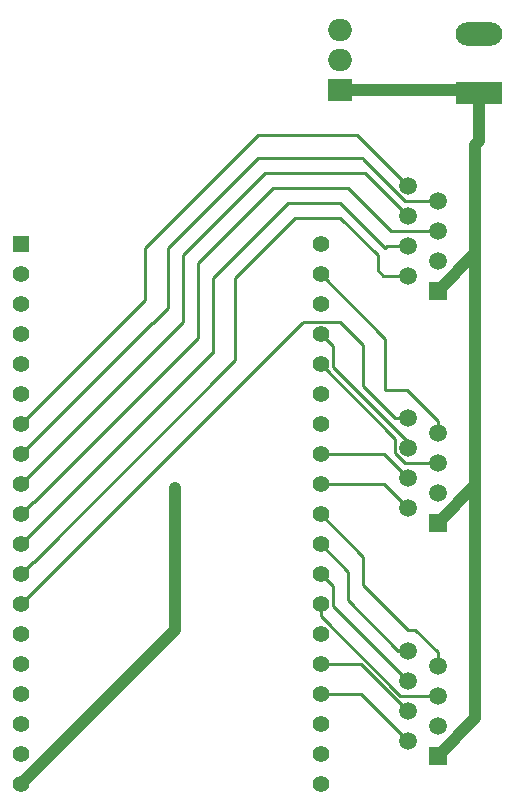
<source format=gbr>
%TF.GenerationSoftware,KiCad,Pcbnew,7.0.9*%
%TF.CreationDate,2024-06-07T23:52:37-04:00*%
%TF.ProjectId,Coms Board V2,436f6d73-2042-46f6-9172-642056322e6b,rev?*%
%TF.SameCoordinates,Original*%
%TF.FileFunction,Copper,L1,Top*%
%TF.FilePolarity,Positive*%
%FSLAX46Y46*%
G04 Gerber Fmt 4.6, Leading zero omitted, Abs format (unit mm)*
G04 Created by KiCad (PCBNEW 7.0.9) date 2024-06-07 23:52:37*
%MOMM*%
%LPD*%
G01*
G04 APERTURE LIST*
%TA.AperFunction,ComponentPad*%
%ADD10R,1.500000X1.500000*%
%TD*%
%TA.AperFunction,ComponentPad*%
%ADD11C,1.500000*%
%TD*%
%TA.AperFunction,ComponentPad*%
%ADD12R,1.408000X1.408000*%
%TD*%
%TA.AperFunction,ComponentPad*%
%ADD13C,1.408000*%
%TD*%
%TA.AperFunction,ComponentPad*%
%ADD14R,2.000000X1.905000*%
%TD*%
%TA.AperFunction,ComponentPad*%
%ADD15O,2.000000X1.905000*%
%TD*%
%TA.AperFunction,ComponentPad*%
%ADD16R,3.960000X1.980000*%
%TD*%
%TA.AperFunction,ComponentPad*%
%ADD17O,3.960000X1.980000*%
%TD*%
%TA.AperFunction,ViaPad*%
%ADD18C,0.800000*%
%TD*%
%TA.AperFunction,Conductor*%
%ADD19C,1.000000*%
%TD*%
%TA.AperFunction,Conductor*%
%ADD20C,0.250000*%
%TD*%
G04 APERTURE END LIST*
D10*
%TO.P,J3,1*%
%TO.N,+9V*%
X170160000Y-117947500D03*
D11*
%TO.P,J3,2*%
%TO.N,/GPIO15*%
X167620000Y-116677500D03*
%TO.P,J3,3*%
%TO.N,GND*%
X170160000Y-115407500D03*
%TO.P,J3,4*%
%TO.N,/GPIO2*%
X167620000Y-114137500D03*
%TO.P,J3,5*%
%TO.N,/GPIO4*%
X170160000Y-112867500D03*
%TO.P,J3,6*%
%TO.N,/GPIO16*%
X167620000Y-111597500D03*
%TO.P,J3,7*%
%TO.N,/GPIO5*%
X170160000Y-110327500D03*
%TO.P,J3,8*%
%TO.N,/GPIO17*%
X167620000Y-109057500D03*
%TD*%
D10*
%TO.P,J1,1*%
%TO.N,+9V*%
X170160000Y-78577500D03*
D11*
%TO.P,J1,2*%
%TO.N,/GPIO14*%
X167620000Y-77307500D03*
%TO.P,J1,3*%
%TO.N,GND*%
X170160000Y-76037500D03*
%TO.P,J1,4*%
%TO.N,/GPIO27*%
X167620000Y-74767500D03*
%TO.P,J1,5*%
%TO.N,/GPIO26*%
X170160000Y-73497500D03*
%TO.P,J1,6*%
%TO.N,/GPIO25*%
X167620000Y-72227500D03*
%TO.P,J1,7*%
%TO.N,/GPIO33*%
X170160000Y-70957500D03*
%TO.P,J1,8*%
%TO.N,/GPIO32*%
X167620000Y-69687500D03*
%TD*%
D10*
%TO.P,J2,1*%
%TO.N,+9V*%
X170160000Y-98262500D03*
D11*
%TO.P,J2,2*%
%TO.N,/GPIO18*%
X167620000Y-96992500D03*
%TO.P,J2,3*%
%TO.N,GND*%
X170160000Y-95722500D03*
%TO.P,J2,4*%
%TO.N,/GPIO19*%
X167620000Y-94452500D03*
%TO.P,J2,5*%
%TO.N,/GPIO3*%
X170160000Y-93182500D03*
%TO.P,J2,6*%
%TO.N,/GPIO1*%
X167620000Y-91912500D03*
%TO.P,J2,7*%
%TO.N,/GPIO23*%
X170160000Y-90642500D03*
%TO.P,J2,8*%
%TO.N,/GPIO12*%
X167620000Y-89372500D03*
%TD*%
D12*
%TO.P,U1,J2_1,3V3*%
%TO.N,unconnected-(U1-3V3-PadJ2_1)*%
X134847500Y-74650000D03*
D13*
%TO.P,U1,J2_2,EN*%
%TO.N,unconnected-(U1-EN-PadJ2_2)*%
X134847500Y-77190000D03*
%TO.P,U1,J2_3,SENSOR_VP*%
%TO.N,unconnected-(U1-SENSOR_VP-PadJ2_3)*%
X134847500Y-79730000D03*
%TO.P,U1,J2_4,SENSOR_VN*%
%TO.N,unconnected-(U1-SENSOR_VN-PadJ2_4)*%
X134847500Y-82270000D03*
%TO.P,U1,J2_5,IO34*%
%TO.N,unconnected-(U1-IO34-PadJ2_5)*%
X134847500Y-84810000D03*
%TO.P,U1,J2_6,IO35*%
%TO.N,unconnected-(U1-IO35-PadJ2_6)*%
X134847500Y-87350000D03*
%TO.P,U1,J2_7,IO32*%
%TO.N,/GPIO32*%
X134847500Y-89890000D03*
%TO.P,U1,J2_8,IO33*%
%TO.N,/GPIO33*%
X134847500Y-92430000D03*
%TO.P,U1,J2_9,IO25*%
%TO.N,/GPIO25*%
X134847500Y-94970000D03*
%TO.P,U1,J2_10,IO26*%
%TO.N,/GPIO26*%
X134847500Y-97510000D03*
%TO.P,U1,J2_11,IO27*%
%TO.N,/GPIO27*%
X134847500Y-100050000D03*
%TO.P,U1,J2_12,IO14*%
%TO.N,/GPIO14*%
X134847500Y-102590000D03*
%TO.P,U1,J2_13,IO12*%
%TO.N,/GPIO12*%
X134847500Y-105130000D03*
%TO.P,U1,J2_14,GND_J2_14*%
%TO.N,GND*%
X134847500Y-107670000D03*
%TO.P,U1,J2_15,IO13*%
%TO.N,unconnected-(U1-IO13-PadJ2_15)*%
X134847500Y-110210000D03*
%TO.P,U1,J2_16,SD2*%
%TO.N,unconnected-(U1-SD2-PadJ2_16)*%
X134847500Y-112750000D03*
%TO.P,U1,J2_17,SD3*%
%TO.N,unconnected-(U1-SD3-PadJ2_17)*%
X134847500Y-115290000D03*
%TO.P,U1,J2_18,CMD*%
%TO.N,unconnected-(U1-CMD-PadJ2_18)*%
X134847500Y-117830000D03*
%TO.P,U1,J2_19,EXT_5V*%
%TO.N,+5V*%
X134847500Y-120370000D03*
%TO.P,U1,J3_1,GND_J3_1*%
%TO.N,unconnected-(U1-GND_J3_1-PadJ3_1)*%
X160247500Y-74650000D03*
%TO.P,U1,J3_2,IO23*%
%TO.N,/GPIO23*%
X160247500Y-77190000D03*
%TO.P,U1,J3_3,IO22*%
%TO.N,unconnected-(U1-IO22-PadJ3_3)*%
X160247500Y-79730000D03*
%TO.P,U1,J3_4,TXD0*%
%TO.N,/GPIO1*%
X160247500Y-82270000D03*
%TO.P,U1,J3_5,RXD0*%
%TO.N,/GPIO3*%
X160247500Y-84810000D03*
%TO.P,U1,J3_6,IO21*%
%TO.N,unconnected-(U1-IO21-PadJ3_6)*%
X160247500Y-87350000D03*
%TO.P,U1,J3_7,GND_J3_7*%
%TO.N,GND*%
X160247500Y-89890000D03*
%TO.P,U1,J3_8,IO19*%
%TO.N,/GPIO19*%
X160247500Y-92430000D03*
%TO.P,U1,J3_9,IO18*%
%TO.N,/GPIO18*%
X160247500Y-94970000D03*
%TO.P,U1,J3_10,IO5*%
%TO.N,/GPIO5*%
X160247500Y-97510000D03*
%TO.P,U1,J3_11,IO17*%
%TO.N,/GPIO17*%
X160247500Y-100050000D03*
%TO.P,U1,J3_12,IO16*%
%TO.N,/GPIO16*%
X160247500Y-102590000D03*
%TO.P,U1,J3_13,IO4*%
%TO.N,/GPIO4*%
X160247500Y-105130000D03*
%TO.P,U1,J3_14,IO0*%
%TO.N,unconnected-(U1-IO0-PadJ3_14)*%
X160247500Y-107670000D03*
%TO.P,U1,J3_15,IO2*%
%TO.N,/GPIO2*%
X160247500Y-110210000D03*
%TO.P,U1,J3_16,IO15*%
%TO.N,/GPIO15*%
X160247500Y-112750000D03*
%TO.P,U1,J3_17,SD1*%
%TO.N,unconnected-(U1-SD1-PadJ3_17)*%
X160247500Y-115290000D03*
%TO.P,U1,J3_18,SD0*%
%TO.N,unconnected-(U1-SD0-PadJ3_18)*%
X160247500Y-117830000D03*
%TO.P,U1,J3_19,CLK*%
%TO.N,unconnected-(U1-CLK-PadJ3_19)*%
X160247500Y-120370000D03*
%TD*%
D14*
%TO.P,U2,1,VI*%
%TO.N,+9V*%
X161925000Y-61595000D03*
D15*
%TO.P,U2,2,GND*%
%TO.N,GND*%
X161925000Y-59055000D03*
%TO.P,U2,3,VO*%
%TO.N,+5V*%
X161925000Y-56515000D03*
%TD*%
D16*
%TO.P,J4,1,Pin_1*%
%TO.N,+9V*%
X173680000Y-61820000D03*
D17*
%TO.P,J4,2,Pin_2*%
%TO.N,GND*%
X173680000Y-56820000D03*
%TD*%
D18*
%TO.N,+5V*%
X147955000Y-95250000D03*
%TD*%
D19*
%TO.N,+9V*%
X173355000Y-114752500D02*
X170160000Y-117947500D01*
X173355000Y-95067500D02*
X173355000Y-114752500D01*
X173680000Y-65940000D02*
X173680000Y-61820000D01*
X173355000Y-66265000D02*
X173680000Y-65940000D01*
X173355000Y-66265000D02*
X173355000Y-75382500D01*
X173355000Y-75382500D02*
X170160000Y-78577500D01*
X173355000Y-95067500D02*
X170160000Y-98262500D01*
X161925000Y-61595000D02*
X173455000Y-61595000D01*
X173455000Y-61595000D02*
X173680000Y-61820000D01*
X173355000Y-75382500D02*
X173355000Y-95067500D01*
D20*
%TO.N,/GPIO32*%
X163337500Y-65405000D02*
X167620000Y-69687500D01*
X145415000Y-79375000D02*
X145415000Y-74930000D01*
X145415000Y-74930000D02*
X154940000Y-65405000D01*
X134847500Y-89890000D02*
X145362500Y-79375000D01*
X145362500Y-79375000D02*
X145415000Y-79375000D01*
X154940000Y-65405000D02*
X163337500Y-65405000D01*
%TO.N,/GPIO33*%
X134847500Y-92430000D02*
X145997500Y-81280000D01*
X163830000Y-67310000D02*
X163830000Y-67417780D01*
X146050000Y-81280000D02*
X147320000Y-80010000D01*
X163830000Y-67417780D02*
X167369720Y-70957500D01*
X145997500Y-81280000D02*
X146050000Y-81280000D01*
X147320000Y-74930000D02*
X154940000Y-67310000D01*
X147320000Y-80010000D02*
X147320000Y-74930000D01*
X167369720Y-70957500D02*
X170160000Y-70957500D01*
X154940000Y-67310000D02*
X163830000Y-67310000D01*
%TO.N,/GPIO25*%
X148590000Y-75565000D02*
X155575000Y-68580000D01*
X155575000Y-68580000D02*
X163972500Y-68580000D01*
X163972500Y-68580000D02*
X167620000Y-72227500D01*
X134847500Y-94970000D02*
X148590000Y-81227500D01*
X148590000Y-81227500D02*
X148590000Y-75565000D01*
%TO.N,/GPIO26*%
X156210000Y-69850000D02*
X162560000Y-69850000D01*
X135981500Y-96428500D02*
X149860000Y-82550000D01*
X166207500Y-73497500D02*
X170160000Y-73497500D01*
X135929000Y-96428500D02*
X135981500Y-96428500D01*
X162560000Y-69850000D02*
X166207500Y-73497500D01*
X149860000Y-82550000D02*
X149860000Y-76200000D01*
X134847500Y-97510000D02*
X135929000Y-96428500D01*
X149860000Y-76200000D02*
X156210000Y-69850000D01*
%TO.N,/GPIO27*%
X157480000Y-71120000D02*
X161925000Y-71120000D01*
X161925000Y-71120000D02*
X165735000Y-74930000D01*
X151130000Y-83820000D02*
X151130000Y-77470000D01*
X134847500Y-100050000D02*
X151077500Y-83820000D01*
X165735000Y-74930000D02*
X165897500Y-74767500D01*
X151130000Y-77470000D02*
X157480000Y-71120000D01*
X165897500Y-74767500D02*
X167620000Y-74767500D01*
X151077500Y-83820000D02*
X151130000Y-83820000D01*
%TO.N,/GPIO14*%
X135929000Y-101508500D02*
X135981500Y-101508500D01*
X134847500Y-102590000D02*
X135929000Y-101508500D01*
X165100000Y-76835000D02*
X165572500Y-77307500D01*
X161925000Y-72390000D02*
X165100000Y-75565000D01*
X153035000Y-77470000D02*
X158115000Y-72390000D01*
X135981500Y-101508500D02*
X153035000Y-84455000D01*
X165100000Y-75565000D02*
X165100000Y-76835000D01*
X158115000Y-72390000D02*
X161925000Y-72390000D01*
X165572500Y-77307500D02*
X167620000Y-77307500D01*
X153035000Y-84455000D02*
X153035000Y-77470000D01*
%TO.N,/GPIO12*%
X158750000Y-81280000D02*
X158697500Y-81280000D01*
X158789000Y-81241000D02*
X158750000Y-81280000D01*
X163830000Y-83185000D02*
X161886000Y-81241000D01*
X167620000Y-89372500D02*
X166559340Y-89372500D01*
X163830000Y-86643160D02*
X163830000Y-83185000D01*
X161886000Y-81241000D02*
X158789000Y-81241000D01*
X166559340Y-89372500D02*
X163830000Y-86643160D01*
X158697500Y-81280000D02*
X134847500Y-105130000D01*
%TO.N,/GPIO23*%
X170160000Y-89581840D02*
X170160000Y-90642500D01*
X165735000Y-82677500D02*
X165735000Y-86995000D01*
X160247500Y-77190000D02*
X165735000Y-82677500D01*
X165735000Y-86995000D02*
X167573160Y-86995000D01*
X167573160Y-86995000D02*
X170160000Y-89581840D01*
%TO.N,/GPIO1*%
X160247500Y-82270000D02*
X161276500Y-83299000D01*
X161276500Y-85076500D02*
X167620000Y-91420000D01*
X167620000Y-91420000D02*
X167620000Y-91912500D01*
X161276500Y-83299000D02*
X161276500Y-85076500D01*
%TO.N,/GPIO3*%
X167369720Y-93182500D02*
X170160000Y-93182500D01*
X166545000Y-91107500D02*
X166545000Y-92357780D01*
X160247500Y-84810000D02*
X166545000Y-91107500D01*
X166545000Y-92357780D02*
X167369720Y-93182500D01*
%TO.N,/GPIO19*%
X160247500Y-92430000D02*
X165597500Y-92430000D01*
X165597500Y-92430000D02*
X167620000Y-94452500D01*
%TO.N,/GPIO18*%
X160247500Y-94970000D02*
X165597500Y-94970000D01*
X165597500Y-94970000D02*
X167620000Y-96992500D01*
%TO.N,/GPIO5*%
X170160000Y-109200000D02*
X170160000Y-110327500D01*
X163830000Y-103505000D02*
X167640000Y-107315000D01*
X167640000Y-107315000D02*
X168275000Y-107315000D01*
X168275000Y-107315000D02*
X170160000Y-109200000D01*
X163830000Y-101092500D02*
X163830000Y-103505000D01*
X160247500Y-97510000D02*
X163830000Y-101092500D01*
%TO.N,/GPIO17*%
X166842500Y-109057500D02*
X162560000Y-104775000D01*
X162560000Y-104775000D02*
X162560000Y-102362500D01*
X167620000Y-109057500D02*
X166842500Y-109057500D01*
X162560000Y-102362500D02*
X160247500Y-100050000D01*
%TO.N,/GPIO16*%
X160247500Y-102590000D02*
X161276500Y-103619000D01*
X161276500Y-103619000D02*
X161276500Y-105254000D01*
X161276500Y-105254000D02*
X167620000Y-111597500D01*
%TO.N,/GPIO4*%
X160247500Y-106125606D02*
X166989394Y-112867500D01*
X160247500Y-105130000D02*
X160247500Y-106125606D01*
X166989394Y-112867500D02*
X170160000Y-112867500D01*
%TO.N,/GPIO2*%
X163692500Y-110210000D02*
X167620000Y-114137500D01*
X160247500Y-110210000D02*
X163692500Y-110210000D01*
%TO.N,/GPIO15*%
X160247500Y-112750000D02*
X163692500Y-112750000D01*
X163692500Y-112750000D02*
X167620000Y-116677500D01*
D19*
%TO.N,+5V*%
X134847500Y-120370000D02*
X147955000Y-107262500D01*
X147955000Y-107262500D02*
X147955000Y-95250000D01*
%TD*%
M02*

</source>
